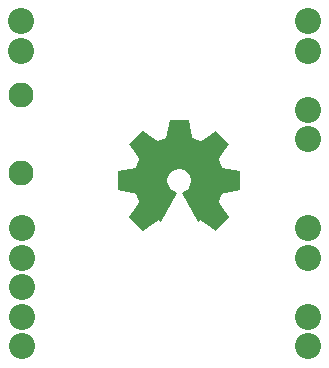
<source format=gbs>
G04 (created by PCBNEW-RS274X (2012-01-19 BZR 3256)-stable) date 11/26/2012 8:22:25 AM*
G01*
G70*
G90*
%MOIN*%
G04 Gerber Fmt 3.4, Leading zero omitted, Abs format*
%FSLAX34Y34*%
G04 APERTURE LIST*
%ADD10C,0.006000*%
%ADD11C,0.086900*%
%ADD12C,0.083000*%
G04 APERTURE END LIST*
G54D10*
G54D11*
X61220Y-39606D03*
X51693Y-42559D03*
X51693Y-41575D03*
X51693Y-40591D03*
X51693Y-39606D03*
X51693Y-38622D03*
X51654Y-31732D03*
X51654Y-32717D03*
X61220Y-31732D03*
X61220Y-32717D03*
X61220Y-34685D03*
X61220Y-35669D03*
X61220Y-38622D03*
X61220Y-42559D03*
X61220Y-41575D03*
G54D12*
X51664Y-36771D03*
X51664Y-34173D03*
G54D10*
G36*
X56466Y-35802D02*
X56614Y-35012D01*
X57244Y-35012D01*
X57392Y-35802D01*
X56466Y-35802D01*
X56466Y-35802D01*
G37*
G36*
X55722Y-36495D02*
X55268Y-35831D01*
X55713Y-35386D01*
X56377Y-35840D01*
X55722Y-36495D01*
X55722Y-36495D01*
G37*
G36*
X55684Y-37510D02*
X54894Y-37362D01*
X54894Y-36732D01*
X55684Y-36584D01*
X55684Y-37510D01*
X55684Y-37510D01*
G37*
G36*
X56377Y-38254D02*
X55713Y-38708D01*
X55268Y-38263D01*
X55722Y-37599D01*
X56377Y-38254D01*
X56377Y-38254D01*
G37*
G36*
X57481Y-35840D02*
X58145Y-35386D01*
X58590Y-35831D01*
X58136Y-36495D01*
X57481Y-35840D01*
X57481Y-35840D01*
G37*
G36*
X58174Y-36584D02*
X58964Y-36732D01*
X58964Y-37362D01*
X58174Y-37510D01*
X58174Y-36584D01*
X58174Y-36584D01*
G37*
G36*
X58136Y-37599D02*
X58590Y-38263D01*
X58145Y-38708D01*
X57481Y-38254D01*
X58136Y-37599D01*
X58136Y-37599D01*
G37*
G36*
X56714Y-36655D02*
X56514Y-35553D01*
X57344Y-35553D01*
X57144Y-36655D01*
X56714Y-36655D01*
X56714Y-36655D01*
G37*
G36*
X56880Y-36603D02*
X57116Y-35508D01*
X57883Y-35826D01*
X57277Y-36767D01*
X56880Y-36603D01*
X56880Y-36603D01*
G37*
G36*
X56581Y-36767D02*
X55975Y-35826D01*
X56742Y-35508D01*
X56978Y-36603D01*
X56581Y-36767D01*
X56581Y-36767D01*
G37*
G36*
X56501Y-36923D02*
X55580Y-36285D01*
X56167Y-35698D01*
X56805Y-36619D01*
X56501Y-36923D01*
X56501Y-36923D01*
G37*
G36*
X57053Y-36619D02*
X57691Y-35698D01*
X58278Y-36285D01*
X57357Y-36923D01*
X57053Y-36619D01*
X57053Y-36619D01*
G37*
G36*
X56485Y-37096D02*
X55390Y-36860D01*
X55708Y-36093D01*
X56649Y-36699D01*
X56485Y-37096D01*
X56485Y-37096D01*
G37*
G36*
X57209Y-36699D02*
X58150Y-36093D01*
X58468Y-36860D01*
X57373Y-37096D01*
X57209Y-36699D01*
X57209Y-36699D01*
G37*
G36*
X56537Y-37262D02*
X55435Y-37462D01*
X55435Y-36632D01*
X56537Y-36832D01*
X56537Y-37262D01*
X56537Y-37262D01*
G37*
G36*
X57321Y-36832D02*
X58423Y-36632D01*
X58423Y-37462D01*
X57321Y-37262D01*
X57321Y-36832D01*
X57321Y-36832D01*
G37*
G36*
X57373Y-36998D02*
X58468Y-37234D01*
X58150Y-38001D01*
X57209Y-37395D01*
X57373Y-36998D01*
X57373Y-36998D01*
G37*
G36*
X56649Y-37395D02*
X55708Y-38001D01*
X55390Y-37234D01*
X56485Y-36998D01*
X56649Y-37395D01*
X56649Y-37395D01*
G37*
G36*
X56805Y-37475D02*
X56167Y-38396D01*
X55580Y-37809D01*
X56501Y-37171D01*
X56805Y-37475D01*
X56805Y-37475D01*
G37*
G36*
X57357Y-37171D02*
X58278Y-37809D01*
X57691Y-38396D01*
X57053Y-37475D01*
X57357Y-37171D01*
X57357Y-37171D01*
G37*
G36*
X57276Y-37286D02*
X57971Y-38147D01*
X57545Y-38431D01*
X57016Y-37459D01*
X57276Y-37286D01*
X57276Y-37286D01*
G37*
G36*
X56842Y-37459D02*
X56313Y-38431D01*
X55887Y-38147D01*
X56582Y-37286D01*
X56842Y-37459D01*
X56842Y-37459D01*
G37*
M02*

</source>
